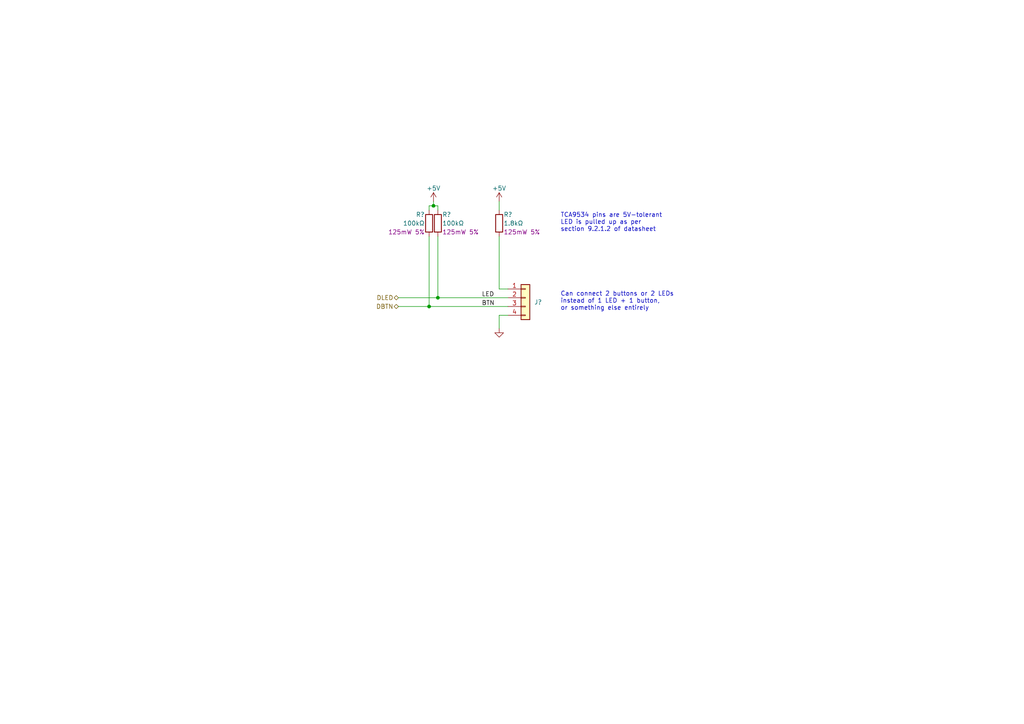
<source format=kicad_sch>
(kicad_sch (version 20230121) (generator eeschema)
  (paper "A4")
  (lib_symbols
    (symbol "Connector_Generic:Conn_01x04" (pin_names (offset 1.016) hide)
      (property "Reference" "J" (at 0 5.08 0))
      (property "Value" "Conn_01x04" (at 0 -7.62 0))
      (symbol "Conn_01x04_1_1"
        (rectangle (start -1.27 -4.953) (end 0 -5.207) (stroke (width 0.1524)))
        (rectangle (start -1.27 -2.413) (end 0 -2.667) (stroke (width 0.1524)))
        (rectangle (start -1.27 0.127) (end 0 -0.127) (stroke (width 0.1524)))
        (rectangle (start -1.27 2.667) (end 0 2.413) (stroke (width 0.1524)))
        (rectangle (start -1.27 3.81) (end 1.27 -6.35) (stroke (width 0.254)) (fill (type background)))
        (pin passive line (at -5.08 2.54 0) (length 3.81) (name "Pin_1") (number "1"))
        (pin passive line (at -5.08 0 0) (length 3.81) (name "Pin_2") (number "2"))
        (pin passive line (at -5.08 -2.54 0) (length 3.81) (name "Pin_3") (number "3"))
        (pin passive line (at -5.08 -5.08 0) (length 3.81) (name "Pin_4") (number "4"))
      )
    )
    (symbol "Device:R" (pin_numbers hide) (pin_names (offset 0))
      (property "Reference" "R" (at 2.032 0 90))
      (property "Value" "R" (at 0 0 90))
      (symbol "R_0_1"
        (rectangle (start -1.016 -2.54) (end 1.016 2.54) (stroke (width 0.254)))
      )
      (symbol "R_1_1"
        (pin passive line (at 0 3.81 270) (length 1.27) (name "~") (number "1"))
        (pin passive line (at 0 -3.81 90) (length 1.27) (name "~") (number "2"))
      )
    )
    (symbol "power:+5V" (power) (pin_names (offset 0))
      (property "Value" "+5V" (at 0 3.556 0))
      (symbol "+5V_0_1"
        (polyline (pts (xy -0.762 1.27) (xy 0 2.54)))
        (polyline (pts (xy 0 0) (xy 0 2.54)))
        (polyline (pts (xy 0 2.54) (xy 0.762 1.27)))
      )
      (symbol "+5V_1_1"
        (pin power_in line (at 0 0 90) (length 0) hide (name "+5V") (number "1"))
      )
    )
    (symbol "power:GND" (power) (pin_names (offset 0))
      (property "Value" "GND" (at 0 -3.81 0))
      (symbol "GND_0_1"
        (polyline (pts (xy 0 0) (xy 0 -1.27) (xy 1.27 -1.27) (xy 0 -2.54) (xy -1.27 -1.27) (xy 0 -1.27)))
      )
      (symbol "GND_1_1"
        (pin power_in line (at 0 0 270) (length 0) hide (name "GND") (number "1"))
      )
    )
  )
  (junction (at 125.73 59.69))
  (junction (at 124.46 88.9))
  (junction (at 127 86.36))
  (wire (pts (xy 144.78 68.58) (xy 144.78 83.82)))
  (wire (pts (xy 144.78 91.44) (xy 144.78 95.25)))
  (wire (pts (xy 125.73 58.42) (xy 125.73 59.69)))
  (wire (pts (xy 124.46 88.9) (xy 147.32 88.9)))
  (wire (pts (xy 127 59.69) (xy 127 60.96)))
  (wire (pts (xy 124.46 68.58) (xy 124.46 88.9)))
  (wire (pts (xy 127 86.36) (xy 147.32 86.36)))
  (wire (pts (xy 144.78 83.82) (xy 147.32 83.82)))
  (wire (pts (xy 115.57 88.9) (xy 124.46 88.9)))
  (wire (pts (xy 127 68.58) (xy 127 86.36)))
  (wire (pts (xy 124.46 60.96) (xy 124.46 59.69)))
  (wire (pts (xy 115.57 86.36) (xy 127 86.36)))
  (wire (pts (xy 125.73 59.69) (xy 127 59.69)))
  (wire (pts (xy 144.78 91.44) (xy 147.32 91.44)))
  (wire (pts (xy 124.46 59.69) (xy 125.73 59.69)))
  (wire (pts (xy 144.78 58.42) (xy 144.78 60.96)))
  (text "TCA9534 pins are 5V-tolerant\nLED is pulled up as per\nsection 9.2.1.2 of datasheet" (at 162.56 67.31 0) (effects (font (size 1.27 1.27)) (justify left bottom)))
  (text "Can connect 2 buttons or 2 LEDs\ninstead of 1 LED + 1 button,\nor something else entirely" (at 162.56 90.17 0) (effects (font (size 1.27 1.27)) (justify left bottom)))
  (label "LED" (at 139.7 86.36 0))
  (label "BTN" (at 139.7 88.9 0))
  (hierarchical_label "DBTN" (shape bidirectional) (at 115.57 88.9 180))
  (hierarchical_label "DLED" (shape bidirectional) (at 115.57 86.36 180))
  (symbol (lib_id "power:+5V") (at 144.78 58.42 0) (unit 1)
    (property "Reference" "#PWR041" (effects hide))
    (property "Value" "+5V" (at 144.78 54.61 0))
    (instances (project "power_board" (path "" (reference "#PWR041") (unit 1)) (path "" (reference "#PWR042") (unit 1)) (path "" (reference "#PWR050") (unit 1))))
  )
  (symbol (lib_id "power:+5V") (at 125.73 58.42 0) (unit 1)
    (property "Reference" "#PWR046" (effects hide))
    (property "Value" "+5V" (at 125.73 54.61 0))
    (instances (project "power_board" (path "" (reference "#PWR046") (unit 1)) (path "" (reference "#PWR047") (unit 1)) (path "" (reference "#PWR048") (unit 1))))
  )
  (symbol (lib_id "power:GND") (at 144.78 95.25 0) (unit 1)
    (property "Reference" "#PWR043" (effects hide))
    (property "Value" "GND" (effects hide))
  )
  (symbol (lib_id "Device:R") (at 127 64.77 180) (unit 1)
    (property "Reference" "R?" (at 128.27 62.23 0) (effects (justify right)))
    (property "Value" "100kΩ" (at 128.27 64.77 0) (effects (justify right)))
    (property "Footprint" "Resistor_SMD:R_0805_2012Metric" (effects hide))
    (property "Info" "125mW 5%" (at 128.27 67.31 0) (effects (justify right)))
    (property "Shop" "https://store.comet.bg/Catalogue/Product/29105/" (effects hide))
  )
  (symbol (lib_id "Connector_Generic:Conn_01x04") (at 152.4 86.36 0) (unit 1)
    (property "Reference" "J?" (at 154.94 87.63 0) (effects (justify left)))
    (property "Value" "Molex 254 47053" (effects hide))
    (property "Footprint" "conn:Molex_KK-254_47053" (effects hide))
    (property "Purpose" "Button and LED" (effects hide))
    (property "Shop" "https://eu.mouser.com/ProductDetail/Molex/47053-1000?qs=ph4zPCVRuvqoDX7hrEhxNA%3D%3D" (effects hide))
  )
  (symbol (lib_id "Device:R") (at 144.78 64.77 180) (unit 1)
    (property "Reference" "R?" (at 146.05 62.23 0) (effects (justify right)))
    (property "Value" "1.8kΩ" (at 146.05 64.77 0) (effects (justify right)))
    (property "Footprint" "Resistor_SMD:R_0805_2012Metric" (effects hide))
    (property "Info" "125mW 5%" (at 146.05 67.31 0) (effects (justify right)))
    (property "Shop" "https://store.comet.bg/Catalogue/Product/3637/" (effects hide))
  )
  (symbol (lib_id "Device:R") (at 124.46 64.77 0) (mirror x) (unit 1)
    (property "Reference" "R?" (at 123.19 62.23 0) (effects (justify right)))
    (property "Value" "100kΩ" (at 123.19 64.77 0) (effects (justify right)))
    (property "Footprint" "Resistor_SMD:R_0805_2012Metric" (effects hide))
    (property "Info" "125mW 5%" (at 123.19 67.31 0) (effects (justify right)))
    (property "Shop" "https://store.comet.bg/Catalogue/Product/29105/" (effects hide))
  )
)
</source>
